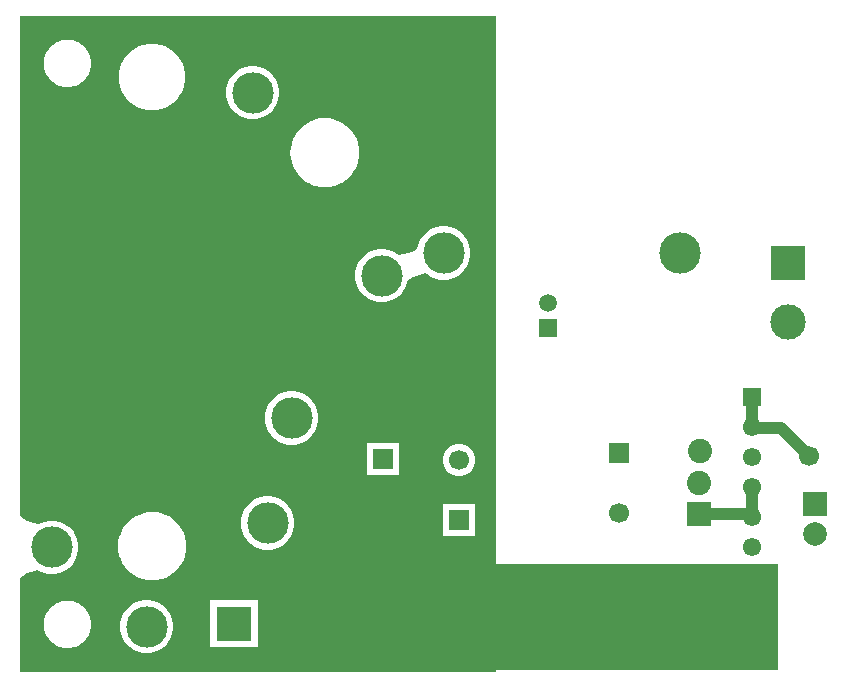
<source format=gtl>
G04*
G04 #@! TF.GenerationSoftware,Altium Limited,Altium Designer,23.7.1 (13)*
G04*
G04 Layer_Physical_Order=1*
G04 Layer_Color=255*
%FSAX25Y25*%
%MOIN*%
G70*
G04*
G04 #@! TF.SameCoordinates,B9446192-2CDD-4F93-9C3F-105ECF6E286D*
G04*
G04*
G04 #@! TF.FilePolarity,Positive*
G04*
G01*
G75*
%ADD10C,0.03937*%
%ADD11C,0.05906*%
%ADD12C,0.13780*%
%ADD13R,0.05906X0.05906*%
%ADD14C,0.05906*%
%ADD15C,0.06102*%
%ADD16R,0.06102X0.06102*%
%ADD17R,0.06693X0.06693*%
%ADD18C,0.06693*%
%ADD19R,0.08071X0.08071*%
%ADD20C,0.08071*%
%ADD21C,0.11811*%
%ADD22R,0.11811X0.11811*%
%ADD23R,0.07874X0.07874*%
%ADD24C,0.07874*%
%ADD25R,0.11811X0.11811*%
G36*
X0258500Y0144500D02*
X0352668D01*
Y0109000D01*
X0258500D01*
Y0108500D01*
X0100000D01*
Y0139576D01*
X0102366Y0141264D01*
X0105905Y0142365D01*
X0106331Y0142080D01*
X0107949Y0141410D01*
X0109666Y0141069D01*
X0111417D01*
X0113135Y0141410D01*
X0114752Y0142080D01*
X0116209Y0143053D01*
X0117447Y0144291D01*
X0118420Y0145748D01*
X0119090Y0147365D01*
X0119431Y0149083D01*
Y0150834D01*
X0119090Y0152551D01*
X0118420Y0154169D01*
X0117447Y0155625D01*
X0116209Y0156864D01*
X0114752Y0157836D01*
X0113135Y0158507D01*
X0111417Y0158848D01*
X0109666D01*
X0107949Y0158507D01*
X0106331Y0157836D01*
X0105905Y0157552D01*
X0102366Y0158653D01*
X0100000Y0160340D01*
Y0327000D01*
X0258500D01*
Y0144500D01*
D02*
G37*
%LPC*%
G36*
X0116330Y0319197D02*
X0115166D01*
X0114969Y0319158D01*
X0114769D01*
X0113628Y0318931D01*
X0113442Y0318854D01*
X0113245Y0318814D01*
X0112170Y0318369D01*
X0112003Y0318258D01*
X0111818Y0318181D01*
X0110851Y0317535D01*
X0110708Y0317392D01*
X0110542Y0317281D01*
X0109719Y0316458D01*
X0109607Y0316291D01*
X0109465Y0316149D01*
X0108819Y0315182D01*
X0108742Y0314997D01*
X0108631Y0314830D01*
X0108186Y0313755D01*
X0108146Y0313558D01*
X0108070Y0313372D01*
X0107843Y0312231D01*
Y0312031D01*
X0107803Y0311834D01*
Y0310670D01*
X0107843Y0310473D01*
Y0310273D01*
X0108070Y0309132D01*
X0108146Y0308946D01*
X0108186Y0308749D01*
X0108631Y0307674D01*
X0108742Y0307507D01*
X0108819Y0307322D01*
X0109465Y0306354D01*
X0109607Y0306212D01*
X0109719Y0306046D01*
X0110542Y0305223D01*
X0110708Y0305111D01*
X0110851Y0304969D01*
X0111818Y0304323D01*
X0112003Y0304246D01*
X0112170Y0304135D01*
X0113245Y0303689D01*
X0113442Y0303650D01*
X0113628Y0303573D01*
X0114769Y0303346D01*
X0114969D01*
X0115166Y0303307D01*
X0116330D01*
X0116527Y0303346D01*
X0116727D01*
X0117868Y0303573D01*
X0118054Y0303650D01*
X0118251Y0303689D01*
X0119326Y0304135D01*
X0119493Y0304246D01*
X0119678Y0304323D01*
X0120645Y0304969D01*
X0120788Y0305111D01*
X0120955Y0305223D01*
X0121777Y0306046D01*
X0121889Y0306212D01*
X0122031Y0306354D01*
X0122677Y0307322D01*
X0122754Y0307507D01*
X0122865Y0307674D01*
X0123310Y0308749D01*
X0123350Y0308946D01*
X0123427Y0309132D01*
X0123653Y0310273D01*
Y0310473D01*
X0123693Y0310670D01*
Y0311834D01*
X0123653Y0312031D01*
Y0312231D01*
X0123427Y0313372D01*
X0123350Y0313558D01*
X0123310Y0313755D01*
X0122865Y0314830D01*
X0122754Y0314997D01*
X0122677Y0315182D01*
X0122031Y0316149D01*
X0121889Y0316291D01*
X0121777Y0316458D01*
X0120955Y0317281D01*
X0120788Y0317393D01*
X0120645Y0317535D01*
X0119678Y0318181D01*
X0119493Y0318258D01*
X0119326Y0318369D01*
X0118251Y0318814D01*
X0118054Y0318854D01*
X0117868Y0318931D01*
X0116727Y0319158D01*
X0116527D01*
X0116330Y0319197D01*
D02*
G37*
G36*
X0144849Y0317776D02*
X0143071D01*
X0142874Y0317737D01*
X0142673D01*
X0140929Y0317390D01*
X0140743Y0317313D01*
X0140546Y0317274D01*
X0138903Y0316593D01*
X0138736Y0316481D01*
X0138551Y0316405D01*
X0137072Y0315417D01*
X0136930Y0315275D01*
X0136763Y0315163D01*
X0135506Y0313906D01*
X0135394Y0313738D01*
X0135252Y0313597D01*
X0134264Y0312118D01*
X0134187Y0311932D01*
X0134076Y0311765D01*
X0133395Y0310122D01*
X0133356Y0309925D01*
X0133279Y0309740D01*
X0132932Y0307996D01*
Y0307795D01*
X0132893Y0307598D01*
Y0305820D01*
X0132932Y0305623D01*
Y0305422D01*
X0133279Y0303678D01*
X0133356Y0303492D01*
X0133395Y0303295D01*
X0134076Y0301652D01*
X0134187Y0301485D01*
X0134264Y0301299D01*
X0135252Y0299821D01*
X0135394Y0299679D01*
X0135506Y0299512D01*
X0136763Y0298254D01*
X0136930Y0298143D01*
X0137072Y0298001D01*
X0138551Y0297013D01*
X0138736Y0296936D01*
X0138903Y0296824D01*
X0140546Y0296144D01*
X0140743Y0296105D01*
X0140929Y0296028D01*
X0142673Y0295681D01*
X0142874D01*
X0143071Y0295641D01*
X0144849D01*
X0145046Y0295681D01*
X0145247D01*
X0146991Y0296028D01*
X0147177Y0296105D01*
X0147374Y0296144D01*
X0149017Y0296824D01*
X0149184Y0296936D01*
X0149369Y0297013D01*
X0150848Y0298001D01*
X0150990Y0298143D01*
X0151157Y0298254D01*
X0152414Y0299512D01*
X0152526Y0299679D01*
X0152668Y0299821D01*
X0153656Y0301299D01*
X0153733Y0301485D01*
X0153844Y0301652D01*
X0154525Y0303295D01*
X0154564Y0303492D01*
X0154641Y0303678D01*
X0154988Y0305422D01*
Y0305623D01*
X0155027Y0305820D01*
Y0307598D01*
X0154988Y0307795D01*
Y0307996D01*
X0154641Y0309740D01*
X0154564Y0309925D01*
X0154525Y0310122D01*
X0153844Y0311765D01*
X0153733Y0311932D01*
X0153656Y0312118D01*
X0152668Y0313597D01*
X0152526Y0313738D01*
X0152414Y0313906D01*
X0151157Y0315163D01*
X0150990Y0315275D01*
X0150848Y0315417D01*
X0149369Y0316405D01*
X0149184Y0316481D01*
X0149017Y0316593D01*
X0147374Y0317274D01*
X0147177Y0317313D01*
X0146991Y0317390D01*
X0145247Y0317737D01*
X0145046D01*
X0144849Y0317776D01*
D02*
G37*
G36*
X0178376Y0310390D02*
X0176624D01*
X0174907Y0310048D01*
X0173289Y0309378D01*
X0171833Y0308405D01*
X0170595Y0307167D01*
X0169622Y0305711D01*
X0168952Y0304093D01*
X0168610Y0302376D01*
Y0300624D01*
X0168952Y0298907D01*
X0169622Y0297289D01*
X0170595Y0295833D01*
X0171833Y0294595D01*
X0173289Y0293622D01*
X0174907Y0292952D01*
X0176624Y0292610D01*
X0178376D01*
X0180093Y0292952D01*
X0181711Y0293622D01*
X0183167Y0294595D01*
X0184405Y0295833D01*
X0185378Y0297289D01*
X0186048Y0298907D01*
X0186390Y0300624D01*
Y0302376D01*
X0186048Y0304093D01*
X0185378Y0305711D01*
X0184405Y0307167D01*
X0183167Y0308405D01*
X0181711Y0309378D01*
X0180093Y0310048D01*
X0178376Y0310390D01*
D02*
G37*
G36*
X0202501Y0292945D02*
X0200644D01*
X0200447Y0292905D01*
X0200247D01*
X0198425Y0292543D01*
X0198240Y0292466D01*
X0198043Y0292427D01*
X0196327Y0291716D01*
X0196160Y0291605D01*
X0195975Y0291528D01*
X0194431Y0290496D01*
X0194289Y0290354D01*
X0194122Y0290243D01*
X0192808Y0288930D01*
X0192697Y0288763D01*
X0192555Y0288621D01*
X0191523Y0287077D01*
X0191446Y0286891D01*
X0191335Y0286724D01*
X0190624Y0285008D01*
X0190585Y0284811D01*
X0190508Y0284626D01*
X0190146Y0282805D01*
Y0282604D01*
X0190107Y0282407D01*
Y0280550D01*
X0190146Y0280353D01*
Y0280152D01*
X0190508Y0278331D01*
X0190585Y0278145D01*
X0190624Y0277948D01*
X0191335Y0276233D01*
X0191446Y0276065D01*
X0191523Y0275880D01*
X0192555Y0274336D01*
X0192697Y0274194D01*
X0192808Y0274027D01*
X0194122Y0272714D01*
X0194289Y0272602D01*
X0194431Y0272460D01*
X0195975Y0271429D01*
X0196160Y0271352D01*
X0196327Y0271240D01*
X0198043Y0270530D01*
X0198240Y0270490D01*
X0198425Y0270413D01*
X0200247Y0270051D01*
X0200447D01*
X0200644Y0270012D01*
X0202501D01*
X0202698Y0270051D01*
X0202899D01*
X0204720Y0270413D01*
X0204906Y0270490D01*
X0205103Y0270530D01*
X0206819Y0271240D01*
X0206986Y0271352D01*
X0207171Y0271429D01*
X0208715Y0272460D01*
X0208857Y0272602D01*
X0209024Y0272714D01*
X0210337Y0274027D01*
X0210449Y0274194D01*
X0210591Y0274336D01*
X0211623Y0275880D01*
X0211699Y0276065D01*
X0211811Y0276233D01*
X0212522Y0277948D01*
X0212561Y0278145D01*
X0212638Y0278331D01*
X0213000Y0280152D01*
Y0280353D01*
X0213039Y0280550D01*
Y0282407D01*
X0213000Y0282604D01*
Y0282805D01*
X0212638Y0284626D01*
X0212561Y0284811D01*
X0212522Y0285008D01*
X0211811Y0286724D01*
X0211699Y0286891D01*
X0211623Y0287077D01*
X0210591Y0288621D01*
X0210449Y0288763D01*
X0210337Y0288930D01*
X0209024Y0290243D01*
X0208857Y0290354D01*
X0208715Y0290496D01*
X0207171Y0291528D01*
X0206986Y0291605D01*
X0206819Y0291716D01*
X0205103Y0292427D01*
X0204906Y0292466D01*
X0204720Y0292543D01*
X0202899Y0292905D01*
X0202698D01*
X0202501Y0292945D01*
D02*
G37*
G36*
X0242006Y0256925D02*
X0240254D01*
X0238537Y0256584D01*
X0236919Y0255913D01*
X0235463Y0254941D01*
X0234225Y0253702D01*
X0233252Y0252246D01*
X0232582Y0250628D01*
X0232340Y0249411D01*
X0230757Y0248371D01*
X0226335Y0247237D01*
X0226167Y0247405D01*
X0224711Y0248378D01*
X0223093Y0249048D01*
X0221376Y0249390D01*
X0219624D01*
X0217907Y0249048D01*
X0216289Y0248378D01*
X0214833Y0247405D01*
X0213595Y0246167D01*
X0212622Y0244711D01*
X0211952Y0243093D01*
X0211610Y0241376D01*
Y0239624D01*
X0211952Y0237907D01*
X0212622Y0236289D01*
X0213595Y0234833D01*
X0214833Y0233595D01*
X0216289Y0232622D01*
X0217907Y0231952D01*
X0219624Y0231610D01*
X0221376D01*
X0223093Y0231952D01*
X0224711Y0232622D01*
X0226167Y0233595D01*
X0227405Y0234833D01*
X0228378Y0236289D01*
X0229048Y0237907D01*
X0229290Y0239124D01*
X0230873Y0240164D01*
X0235295Y0241298D01*
X0235463Y0241130D01*
X0236919Y0240157D01*
X0238537Y0239487D01*
X0240254Y0239146D01*
X0242006D01*
X0243723Y0239487D01*
X0245341Y0240157D01*
X0246797Y0241130D01*
X0248035Y0242369D01*
X0249008Y0243825D01*
X0249678Y0245442D01*
X0250020Y0247160D01*
Y0248911D01*
X0249678Y0250628D01*
X0249008Y0252246D01*
X0248035Y0253702D01*
X0246797Y0254941D01*
X0245341Y0255913D01*
X0243723Y0256584D01*
X0242006Y0256925D01*
D02*
G37*
G36*
X0191376Y0201890D02*
X0189624D01*
X0187907Y0201548D01*
X0186289Y0200878D01*
X0184833Y0199905D01*
X0183595Y0198667D01*
X0182622Y0197211D01*
X0181952Y0195593D01*
X0181610Y0193876D01*
Y0192124D01*
X0181952Y0190407D01*
X0182622Y0188789D01*
X0183595Y0187333D01*
X0184833Y0186095D01*
X0186289Y0185122D01*
X0187907Y0184452D01*
X0189624Y0184110D01*
X0191376D01*
X0193093Y0184452D01*
X0194711Y0185122D01*
X0196167Y0186095D01*
X0197405Y0187333D01*
X0198378Y0188789D01*
X0199048Y0190407D01*
X0199390Y0192124D01*
Y0193876D01*
X0199048Y0195593D01*
X0198378Y0197211D01*
X0197405Y0198667D01*
X0196167Y0199905D01*
X0194711Y0200878D01*
X0193093Y0201548D01*
X0191376Y0201890D01*
D02*
G37*
G36*
X0226150Y0184846D02*
X0215457D01*
Y0174153D01*
X0226150D01*
Y0184846D01*
D02*
G37*
G36*
X0247050Y0184429D02*
X0245642D01*
X0244283Y0184065D01*
X0243064Y0183361D01*
X0242068Y0182366D01*
X0241364Y0181146D01*
X0241000Y0179787D01*
Y0178379D01*
X0241364Y0177019D01*
X0242068Y0175800D01*
X0243064Y0174804D01*
X0244283Y0174101D01*
X0245642Y0173736D01*
X0247050D01*
X0248410Y0174101D01*
X0249629Y0174804D01*
X0250625Y0175800D01*
X0251328Y0177019D01*
X0251693Y0178379D01*
Y0179787D01*
X0251328Y0181146D01*
X0250625Y0182366D01*
X0249629Y0183361D01*
X0248410Y0184065D01*
X0247050Y0184429D01*
D02*
G37*
G36*
X0251693Y0164429D02*
X0241000D01*
Y0153736D01*
X0251693D01*
Y0164429D01*
D02*
G37*
G36*
X0183376Y0166890D02*
X0181624D01*
X0179907Y0166548D01*
X0178289Y0165878D01*
X0176833Y0164905D01*
X0175595Y0163667D01*
X0174622Y0162211D01*
X0173952Y0160593D01*
X0173610Y0158876D01*
Y0157124D01*
X0173952Y0155407D01*
X0174622Y0153789D01*
X0175595Y0152333D01*
X0176833Y0151095D01*
X0178289Y0150122D01*
X0179907Y0149452D01*
X0181624Y0149110D01*
X0183376D01*
X0185093Y0149452D01*
X0186711Y0150122D01*
X0188167Y0151095D01*
X0189405Y0152333D01*
X0190378Y0153789D01*
X0191048Y0155407D01*
X0191390Y0157124D01*
Y0158876D01*
X0191048Y0160593D01*
X0190378Y0162211D01*
X0189405Y0163667D01*
X0188167Y0164905D01*
X0186711Y0165878D01*
X0185093Y0166548D01*
X0183376Y0166890D01*
D02*
G37*
G36*
X0144920Y0161672D02*
X0143080D01*
X0142883Y0161633D01*
X0142682D01*
X0140877Y0161274D01*
X0140692Y0161197D01*
X0140495Y0161158D01*
X0138795Y0160453D01*
X0138628Y0160342D01*
X0138442Y0160265D01*
X0136912Y0159243D01*
X0136770Y0159100D01*
X0136603Y0158989D01*
X0135302Y0157688D01*
X0135191Y0157521D01*
X0135049Y0157379D01*
X0134026Y0155849D01*
X0133949Y0155663D01*
X0133838Y0155496D01*
X0133134Y0153796D01*
X0133095Y0153599D01*
X0133018Y0153414D01*
X0132659Y0151609D01*
Y0151408D01*
X0132620Y0151211D01*
Y0149371D01*
X0132659Y0149174D01*
Y0148973D01*
X0133018Y0147169D01*
X0133095Y0146983D01*
X0133134Y0146786D01*
X0133838Y0145086D01*
X0133949Y0144919D01*
X0134026Y0144734D01*
X0135049Y0143204D01*
X0135191Y0143062D01*
X0135302Y0142895D01*
X0136603Y0141594D01*
X0136770Y0141482D01*
X0136912Y0141340D01*
X0138442Y0140318D01*
X0138628Y0140241D01*
X0138795Y0140129D01*
X0140495Y0139425D01*
X0140692Y0139386D01*
X0140877Y0139309D01*
X0142682Y0138950D01*
X0142883D01*
X0143080Y0138911D01*
X0144920D01*
X0145117Y0138950D01*
X0145318D01*
X0147123Y0139309D01*
X0147308Y0139386D01*
X0147505Y0139425D01*
X0149205Y0140129D01*
X0149372Y0140241D01*
X0149557Y0140318D01*
X0151087Y0141340D01*
X0151230Y0141482D01*
X0151397Y0141594D01*
X0152698Y0142895D01*
X0152809Y0143062D01*
X0152951Y0143204D01*
X0153973Y0144734D01*
X0154050Y0144919D01*
X0154162Y0145086D01*
X0154866Y0146786D01*
X0154905Y0146983D01*
X0154982Y0147169D01*
X0155341Y0148973D01*
Y0149174D01*
X0155380Y0149371D01*
Y0151211D01*
X0155341Y0151408D01*
Y0151609D01*
X0154982Y0153414D01*
X0154905Y0153599D01*
X0154866Y0153796D01*
X0154162Y0155496D01*
X0154050Y0155663D01*
X0153973Y0155849D01*
X0152951Y0157379D01*
X0152809Y0157521D01*
X0152698Y0157688D01*
X0151397Y0158989D01*
X0151230Y0159101D01*
X0151087Y0159243D01*
X0149557Y0160265D01*
X0149372Y0160342D01*
X0149205Y0160453D01*
X0147505Y0161158D01*
X0147308Y0161197D01*
X0147123Y0161274D01*
X0145318Y0161633D01*
X0145117D01*
X0144920Y0161672D01*
D02*
G37*
G36*
X0179220Y0132405D02*
X0163409D01*
Y0116595D01*
X0179220D01*
Y0132405D01*
D02*
G37*
G36*
X0116330Y0132193D02*
X0115166D01*
X0114969Y0132153D01*
X0114769D01*
X0113628Y0131927D01*
X0113442Y0131850D01*
X0113245Y0131810D01*
X0112170Y0131365D01*
X0112003Y0131254D01*
X0111818Y0131177D01*
X0110851Y0130531D01*
X0110708Y0130389D01*
X0110542Y0130277D01*
X0109719Y0129455D01*
X0109607Y0129288D01*
X0109465Y0129146D01*
X0108819Y0128178D01*
X0108742Y0127993D01*
X0108631Y0127826D01*
X0108186Y0126751D01*
X0108146Y0126554D01*
X0108070Y0126368D01*
X0107843Y0125227D01*
Y0125027D01*
X0107803Y0124830D01*
Y0123666D01*
X0107843Y0123469D01*
Y0123269D01*
X0108070Y0122128D01*
X0108146Y0121942D01*
X0108186Y0121745D01*
X0108631Y0120670D01*
X0108742Y0120503D01*
X0108819Y0120318D01*
X0109465Y0119351D01*
X0109607Y0119209D01*
X0109719Y0119042D01*
X0110542Y0118219D01*
X0110708Y0118107D01*
X0110851Y0117965D01*
X0111818Y0117319D01*
X0112003Y0117242D01*
X0112170Y0117131D01*
X0113245Y0116685D01*
X0113442Y0116646D01*
X0113628Y0116569D01*
X0114769Y0116342D01*
X0114969D01*
X0115166Y0116303D01*
X0116330D01*
X0116527Y0116342D01*
X0116727D01*
X0117868Y0116569D01*
X0118054Y0116646D01*
X0118251Y0116685D01*
X0119326Y0117131D01*
X0119493Y0117242D01*
X0119678Y0117319D01*
X0120645Y0117965D01*
X0120788Y0118107D01*
X0120955Y0118219D01*
X0121777Y0119042D01*
X0121889Y0119209D01*
X0122031Y0119351D01*
X0122677Y0120318D01*
X0122754Y0120503D01*
X0122865Y0120670D01*
X0123310Y0121745D01*
X0123350Y0121942D01*
X0123427Y0122128D01*
X0123653Y0123269D01*
Y0123469D01*
X0123693Y0123666D01*
Y0124830D01*
X0123653Y0125027D01*
Y0125227D01*
X0123427Y0126368D01*
X0123350Y0126554D01*
X0123310Y0126751D01*
X0122865Y0127826D01*
X0122754Y0127993D01*
X0122677Y0128178D01*
X0122031Y0129146D01*
X0121889Y0129288D01*
X0121777Y0129455D01*
X0120955Y0130277D01*
X0120788Y0130389D01*
X0120645Y0130531D01*
X0119678Y0131177D01*
X0119493Y0131254D01*
X0119326Y0131365D01*
X0118251Y0131810D01*
X0118054Y0131850D01*
X0117868Y0131927D01*
X0116727Y0132153D01*
X0116527D01*
X0116330Y0132193D01*
D02*
G37*
G36*
X0143053Y0132390D02*
X0141302D01*
X0139585Y0132048D01*
X0137967Y0131378D01*
X0136511Y0130405D01*
X0135272Y0129167D01*
X0134300Y0127711D01*
X0133629Y0126093D01*
X0133288Y0124376D01*
Y0122624D01*
X0133629Y0120907D01*
X0134300Y0119289D01*
X0135272Y0117833D01*
X0136511Y0116595D01*
X0137967Y0115622D01*
X0139585Y0114952D01*
X0141302Y0114610D01*
X0143053D01*
X0144771Y0114952D01*
X0146388Y0115622D01*
X0147844Y0116595D01*
X0149083Y0117833D01*
X0150056Y0119289D01*
X0150726Y0120907D01*
X0151067Y0122624D01*
Y0124376D01*
X0150726Y0126093D01*
X0150056Y0127711D01*
X0149083Y0129167D01*
X0147844Y0130405D01*
X0146388Y0131378D01*
X0144771Y0132048D01*
X0143053Y0132390D01*
D02*
G37*
%LPD*%
D10*
X0344000Y0160000D02*
Y0170000D01*
X0326228Y0161089D02*
X0342325D01*
X0343414Y0160000D01*
X0344000D01*
Y0190000D02*
X0344202Y0189798D01*
X0353702D01*
X0363000Y0180500D01*
X0344000Y0190000D02*
Y0200000D01*
D11*
X0315500Y0133500D02*
X0344500D01*
X0335507Y0124507D02*
X0344500Y0133500D01*
X0328651Y0124507D02*
X0335507D01*
X0344500Y0133500D02*
Y0139500D01*
X0328500Y0124356D02*
X0328651Y0124507D01*
D12*
X0220500Y0240500D02*
D03*
X0241130Y0248035D02*
D03*
X0177500Y0301500D02*
D03*
X0142177Y0123500D02*
D03*
X0190500Y0193000D02*
D03*
X0182500Y0158000D02*
D03*
X0110542Y0149958D02*
D03*
X0319870Y0248035D02*
D03*
D13*
X0276000Y0223063D02*
D03*
D14*
Y0231331D02*
D03*
D15*
X0344000Y0180000D02*
D03*
Y0170000D02*
D03*
Y0160000D02*
D03*
Y0150000D02*
D03*
Y0130000D02*
D03*
Y0190000D02*
D03*
Y0140000D02*
D03*
D16*
Y0200000D02*
D03*
D17*
X0220803Y0179500D02*
D03*
X0299461Y0181483D02*
D03*
X0246346Y0159083D02*
D03*
D18*
X0220803Y0159500D02*
D03*
X0299461Y0161483D02*
D03*
X0246346Y0179083D02*
D03*
X0328500Y0124356D02*
D03*
X0363000Y0180500D02*
D03*
D19*
X0326228Y0161089D02*
D03*
D20*
Y0171483D02*
D03*
X0326622Y0181876D02*
D03*
D21*
X0356000Y0225000D02*
D03*
X0191000Y0124500D02*
D03*
D22*
X0356000Y0244685D02*
D03*
D23*
X0365000Y0164500D02*
D03*
D24*
Y0154500D02*
D03*
D25*
X0171315Y0124500D02*
D03*
M02*

</source>
